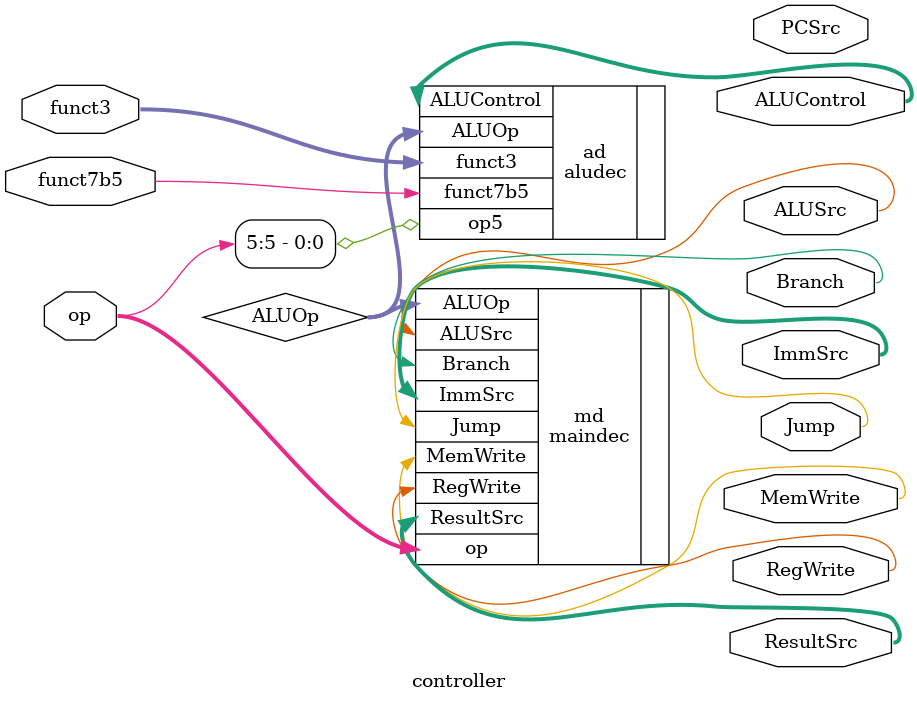
<source format=sv>
`include "Controller/AluDecoder.sv"
`include "Controller/MainDecoder.sv"


module controller(
    input [6:0] op,
    input [2:0] funct3,
    input funct7b5,

    output [1:0] ResultSrc,
    output MemWrite,
    output PCSrc, 
    output ALUSrc,
    output RegWrite, 
    output Jump,
    output Branch,
    output [2:0] ImmSrc,
    output [3:0] ALUControl
);

wire [1:0] ALUOp;
//wire Branch;

maindec md(
    .op(op),

    .ResultSrc(ResultSrc),
    .MemWrite(MemWrite),
    .Branch(Branch),
    .ALUSrc(ALUSrc),
    .RegWrite(RegWrite),
    .Jump(Jump),
    .ImmSrc(ImmSrc),
    .ALUOp(ALUOp)
);

aludec ad(
    .op5(op[5]),
    .funct3(funct3),
    .funct7b5(funct7b5),
    .ALUOp(ALUOp),

    .ALUControl(ALUControl)
);

//assign PCSrc = Branch & LogOut | Jump;



endmodule
</source>
